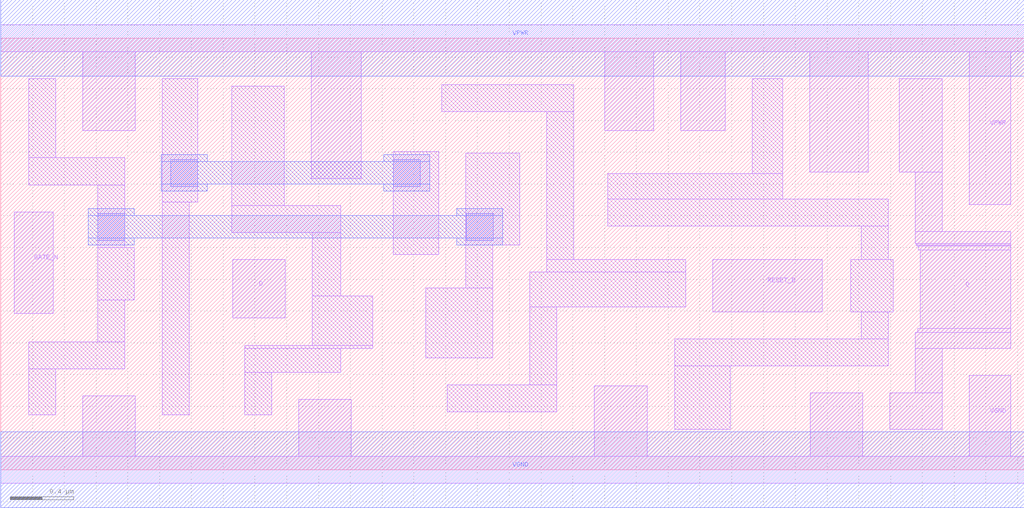
<source format=lef>
# Copyright 2020 The SkyWater PDK Authors
#
# Licensed under the Apache License, Version 2.0 (the "License");
# you may not use this file except in compliance with the License.
# You may obtain a copy of the License at
#
#     https://www.apache.org/licenses/LICENSE-2.0
#
# Unless required by applicable law or agreed to in writing, software
# distributed under the License is distributed on an "AS IS" BASIS,
# WITHOUT WARRANTIES OR CONDITIONS OF ANY KIND, either express or implied.
# See the License for the specific language governing permissions and
# limitations under the License.
#
# SPDX-License-Identifier: Apache-2.0

VERSION 5.5 ;
NAMESCASESENSITIVE ON ;
BUSBITCHARS "[]" ;
DIVIDERCHAR "/" ;
MACRO sky130_fd_sc_hd__dlrtn_2
  CLASS CORE ;
  SOURCE USER ;
  ORIGIN  0.000000  0.000000 ;
  SIZE  6.440000 BY  2.720000 ;
  SYMMETRY X Y R90 ;
  SITE unithd ;
  PIN D
    ANTENNAGATEAREA  0.159000 ;
    DIRECTION INPUT ;
    USE SIGNAL ;
    PORT
      LAYER li1 ;
        RECT 1.460000 0.955000 1.790000 1.325000 ;
    END
  END D
  PIN Q
    ANTENNADIFFAREA  0.480500 ;
    DIRECTION OUTPUT ;
    USE SIGNAL ;
    PORT
      LAYER li1 ;
        RECT 5.595000 0.255000 5.925000 0.485000 ;
        RECT 5.655000 1.875000 5.925000 2.465000 ;
        RECT 5.755000 0.485000 5.925000 0.765000 ;
        RECT 5.755000 0.765000 6.355000 0.865000 ;
        RECT 5.755000 1.425000 6.355000 1.500000 ;
        RECT 5.755000 1.500000 5.925000 1.875000 ;
        RECT 5.760000 1.415000 6.355000 1.425000 ;
        RECT 5.765000 1.410000 6.355000 1.415000 ;
        RECT 5.770000 0.865000 6.355000 0.890000 ;
        RECT 5.775000 1.385000 6.355000 1.410000 ;
        RECT 5.785000 0.890000 6.355000 1.385000 ;
    END
  END Q
  PIN RESET_B
    ANTENNAGATEAREA  0.247500 ;
    DIRECTION INPUT ;
    USE SIGNAL ;
    PORT
      LAYER li1 ;
        RECT 4.480000 0.995000 5.170000 1.325000 ;
    END
  END RESET_B
  PIN GATE_N
    ANTENNAGATEAREA  0.159000 ;
    DIRECTION INPUT ;
    USE CLOCK ;
    PORT
      LAYER li1 ;
        RECT 0.085000 0.985000 0.330000 1.625000 ;
    END
  END GATE_N
  PIN VGND
    DIRECTION INOUT ;
    SHAPE ABUTMENT ;
    USE GROUND ;
    PORT
      LAYER li1 ;
        RECT 0.000000 -0.085000 6.440000 0.085000 ;
        RECT 0.515000  0.085000 0.845000 0.465000 ;
        RECT 1.875000  0.085000 2.205000 0.445000 ;
        RECT 3.735000  0.085000 4.070000 0.530000 ;
        RECT 5.095000  0.085000 5.425000 0.485000 ;
        RECT 6.095000  0.085000 6.355000 0.595000 ;
    END
    PORT
      LAYER met1 ;
        RECT 0.000000 -0.240000 6.440000 0.240000 ;
    END
  END VGND
  PIN VPWR
    DIRECTION INOUT ;
    SHAPE ABUTMENT ;
    USE POWER ;
    PORT
      LAYER li1 ;
        RECT 0.000000 2.635000 6.440000 2.805000 ;
        RECT 0.515000 2.135000 0.845000 2.635000 ;
        RECT 1.955000 1.835000 2.270000 2.635000 ;
        RECT 3.800000 2.135000 4.110000 2.635000 ;
        RECT 4.280000 2.135000 4.560000 2.635000 ;
        RECT 5.090000 1.875000 5.460000 2.635000 ;
        RECT 6.095000 1.670000 6.355000 2.635000 ;
    END
    PORT
      LAYER met1 ;
        RECT 0.000000 2.480000 6.440000 2.960000 ;
    END
  END VPWR
  OBS
    LAYER li1 ;
      RECT 0.175000 0.345000 0.345000 0.635000 ;
      RECT 0.175000 0.635000 0.780000 0.805000 ;
      RECT 0.175000 1.795000 0.780000 1.965000 ;
      RECT 0.175000 1.965000 0.345000 2.465000 ;
      RECT 0.610000 0.805000 0.780000 1.070000 ;
      RECT 0.610000 1.070000 0.840000 1.400000 ;
      RECT 0.610000 1.400000 0.780000 1.795000 ;
      RECT 1.015000 0.345000 1.185000 1.685000 ;
      RECT 1.015000 1.685000 1.240000 2.465000 ;
      RECT 1.455000 1.495000 2.140000 1.665000 ;
      RECT 1.455000 1.665000 1.785000 2.415000 ;
      RECT 1.535000 0.345000 1.705000 0.615000 ;
      RECT 1.535000 0.615000 2.140000 0.765000 ;
      RECT 1.535000 0.765000 2.340000 0.785000 ;
      RECT 1.960000 0.785000 2.340000 1.095000 ;
      RECT 1.960000 1.095000 2.140000 1.495000 ;
      RECT 2.470000 1.355000 2.755000 2.005000 ;
      RECT 2.675000 0.705000 3.095000 1.145000 ;
      RECT 2.775000 2.255000 3.605000 2.425000 ;
      RECT 2.810000 0.365000 3.500000 0.535000 ;
      RECT 2.925000 1.145000 3.095000 1.415000 ;
      RECT 2.925000 1.415000 3.265000 1.995000 ;
      RECT 3.330000 0.535000 3.500000 1.025000 ;
      RECT 3.330000 1.025000 4.310000 1.245000 ;
      RECT 3.435000 1.245000 4.310000 1.325000 ;
      RECT 3.435000 1.325000 3.605000 2.255000 ;
      RECT 3.820000 1.535000 5.585000 1.705000 ;
      RECT 3.820000 1.705000 4.920000 1.865000 ;
      RECT 4.240000 0.255000 4.590000 0.655000 ;
      RECT 4.240000 0.655000 5.585000 0.825000 ;
      RECT 4.730000 1.865000 4.920000 2.465000 ;
      RECT 5.350000 0.995000 5.615000 1.325000 ;
      RECT 5.415000 0.825000 5.585000 0.995000 ;
      RECT 5.415000 1.325000 5.585000 1.535000 ;
    LAYER mcon ;
      RECT 0.610000 1.445000 0.780000 1.615000 ;
      RECT 1.070000 1.785000 1.240000 1.955000 ;
      RECT 2.470000 1.785000 2.640000 1.955000 ;
      RECT 2.930000 1.445000 3.100000 1.615000 ;
    LAYER met1 ;
      RECT 0.550000 1.415000 0.840000 1.460000 ;
      RECT 0.550000 1.460000 3.160000 1.600000 ;
      RECT 0.550000 1.600000 0.840000 1.645000 ;
      RECT 1.010000 1.755000 1.300000 1.800000 ;
      RECT 1.010000 1.800000 2.700000 1.940000 ;
      RECT 1.010000 1.940000 1.300000 1.985000 ;
      RECT 2.410000 1.755000 2.700000 1.800000 ;
      RECT 2.410000 1.940000 2.700000 1.985000 ;
      RECT 2.870000 1.415000 3.160000 1.460000 ;
      RECT 2.870000 1.600000 3.160000 1.645000 ;
  END
END sky130_fd_sc_hd__dlrtn_2

</source>
